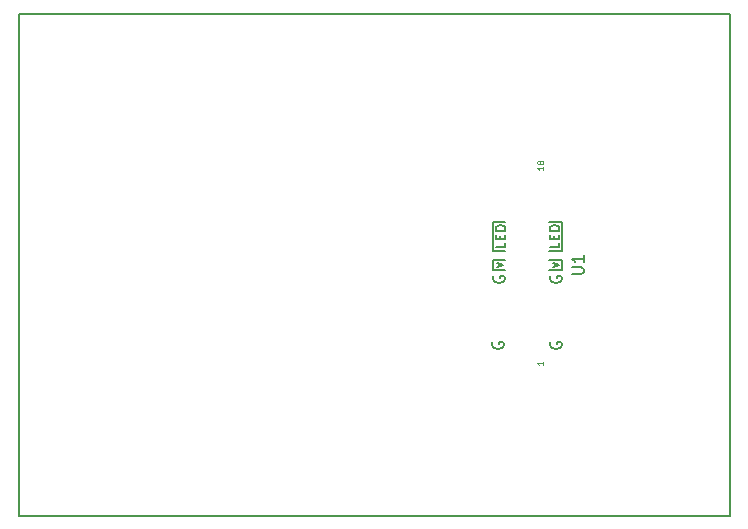
<source format=gbr>
G04 #@! TF.GenerationSoftware,KiCad,Pcbnew,5.0.1+dfsg1-2~bpo9+1*
G04 #@! TF.CreationDate,2018-11-07T17:05:17+00:00*
G04 #@! TF.ProjectId,xmas_zero_bauble,786D61735F7A65726F5F626175626C65,rev?*
G04 #@! TF.SameCoordinates,Original*
G04 #@! TF.FileFunction,Legend,Top*
G04 #@! TF.FilePolarity,Positive*
%FSLAX46Y46*%
G04 Gerber Fmt 4.6, Leading zero omitted, Abs format (unit mm)*
G04 Created by KiCad (PCBNEW 5.0.1+dfsg1-2~bpo9+1) date Wed 07 Nov 2018 17:05:17 GMT*
%MOMM*%
%LPD*%
G01*
G04 APERTURE LIST*
%ADD10C,0.150000*%
%ADD11C,0.125000*%
G04 APERTURE END LIST*
D10*
G04 #@! TO.C,U1*
X204632560Y-57129680D02*
X160055560Y-57129680D01*
X204632560Y-57129680D02*
X220253560Y-57129680D01*
X220253560Y-57129680D02*
X220253560Y-99611180D01*
X220253560Y-99611180D02*
X160055560Y-99611180D01*
X160055560Y-99611180D02*
X160055560Y-78529180D01*
X160055560Y-57129680D02*
X160055560Y-78529180D01*
X204950060Y-77957680D02*
X206093060Y-77957680D01*
X206093060Y-77957680D02*
X206093060Y-78783180D01*
X206093060Y-78783180D02*
X204950060Y-78783180D01*
X201267060Y-77195680D02*
X200187560Y-77195680D01*
X200187560Y-77957680D02*
X200187560Y-78783180D01*
X201267060Y-77957680D02*
X200187560Y-77957680D01*
X200187560Y-78783180D02*
X201267060Y-78783180D01*
X201267060Y-74782680D02*
X200187560Y-74782680D01*
X200187560Y-74782680D02*
X200187560Y-77195680D01*
X204950060Y-77195680D02*
X206093060Y-77195680D01*
X206093060Y-77195680D02*
X206093060Y-74782680D01*
X206093060Y-74782680D02*
X204950060Y-74782680D01*
X206878940Y-79164084D02*
X207688464Y-79164084D01*
X207783702Y-79116465D01*
X207831321Y-79068846D01*
X207878940Y-78973608D01*
X207878940Y-78783132D01*
X207831321Y-78687894D01*
X207783702Y-78640275D01*
X207688464Y-78592656D01*
X206878940Y-78592656D01*
X207878940Y-77592656D02*
X207878940Y-78164084D01*
X207878940Y-77878370D02*
X206878940Y-77878370D01*
X207021798Y-77973608D01*
X207117036Y-78068846D01*
X207164655Y-78164084D01*
D11*
X204477750Y-86590522D02*
X204477750Y-86876237D01*
X204477750Y-86733380D02*
X203977750Y-86733380D01*
X204049179Y-86780999D01*
X204096798Y-86828618D01*
X204120607Y-86876237D01*
X204477750Y-70064618D02*
X204477750Y-70350332D01*
X204477750Y-70207475D02*
X203977750Y-70207475D01*
X204049179Y-70255094D01*
X204096798Y-70302713D01*
X204120607Y-70350332D01*
X204192036Y-69778903D02*
X204168226Y-69826522D01*
X204144417Y-69850332D01*
X204096798Y-69874141D01*
X204072988Y-69874141D01*
X204025369Y-69850332D01*
X204001560Y-69826522D01*
X203977750Y-69778903D01*
X203977750Y-69683665D01*
X204001560Y-69636046D01*
X204025369Y-69612237D01*
X204072988Y-69588427D01*
X204096798Y-69588427D01*
X204144417Y-69612237D01*
X204168226Y-69636046D01*
X204192036Y-69683665D01*
X204192036Y-69778903D01*
X204215845Y-69826522D01*
X204239655Y-69850332D01*
X204287274Y-69874141D01*
X204382512Y-69874141D01*
X204430131Y-69850332D01*
X204453940Y-69826522D01*
X204477750Y-69778903D01*
X204477750Y-69683665D01*
X204453940Y-69636046D01*
X204430131Y-69612237D01*
X204382512Y-69588427D01*
X204287274Y-69588427D01*
X204239655Y-69612237D01*
X204215845Y-69636046D01*
X204192036Y-69683665D01*
D10*
X200524131Y-78592656D02*
X201057464Y-78402180D01*
X200524131Y-78211703D01*
X201247964Y-76503465D02*
X201247964Y-76884418D01*
X200447964Y-76884418D01*
X200828917Y-76236799D02*
X200828917Y-75970132D01*
X201247964Y-75855846D02*
X201247964Y-76236799D01*
X200447964Y-76236799D01*
X200447964Y-75855846D01*
X201247964Y-75512989D02*
X200447964Y-75512989D01*
X200447964Y-75322513D01*
X200486060Y-75208227D01*
X200562250Y-75132037D01*
X200638440Y-75093941D01*
X200790821Y-75055846D01*
X200905107Y-75055846D01*
X201057488Y-75093941D01*
X201133679Y-75132037D01*
X201209869Y-75208227D01*
X201247964Y-75322513D01*
X201247964Y-75512989D01*
X205819964Y-76503465D02*
X205819964Y-76884418D01*
X205019964Y-76884418D01*
X205400917Y-76236799D02*
X205400917Y-75970132D01*
X205819964Y-75855846D02*
X205819964Y-76236799D01*
X205019964Y-76236799D01*
X205019964Y-75855846D01*
X205819964Y-75512989D02*
X205019964Y-75512989D01*
X205019964Y-75322513D01*
X205058060Y-75208227D01*
X205134250Y-75132037D01*
X205210440Y-75093941D01*
X205362821Y-75055846D01*
X205477107Y-75055846D01*
X205629488Y-75093941D01*
X205705679Y-75132037D01*
X205781869Y-75208227D01*
X205819964Y-75322513D01*
X205819964Y-75512989D01*
X205286631Y-78592656D02*
X205819964Y-78402180D01*
X205286631Y-78211703D01*
X200259060Y-79346775D02*
X200211440Y-79442013D01*
X200211440Y-79584870D01*
X200259060Y-79727727D01*
X200354298Y-79822965D01*
X200449536Y-79870584D01*
X200640012Y-79918203D01*
X200782869Y-79918203D01*
X200973345Y-79870584D01*
X201068583Y-79822965D01*
X201163821Y-79727727D01*
X201211440Y-79584870D01*
X201211440Y-79489632D01*
X201163821Y-79346775D01*
X201116202Y-79299156D01*
X200782869Y-79299156D01*
X200782869Y-79489632D01*
X205085060Y-79346775D02*
X205037440Y-79442013D01*
X205037440Y-79584870D01*
X205085060Y-79727727D01*
X205180298Y-79822965D01*
X205275536Y-79870584D01*
X205466012Y-79918203D01*
X205608869Y-79918203D01*
X205799345Y-79870584D01*
X205894583Y-79822965D01*
X205989821Y-79727727D01*
X206037440Y-79584870D01*
X206037440Y-79489632D01*
X205989821Y-79346775D01*
X205942202Y-79299156D01*
X205608869Y-79299156D01*
X205608869Y-79489632D01*
X200195560Y-84934775D02*
X200147940Y-85030013D01*
X200147940Y-85172870D01*
X200195560Y-85315727D01*
X200290798Y-85410965D01*
X200386036Y-85458584D01*
X200576512Y-85506203D01*
X200719369Y-85506203D01*
X200909845Y-85458584D01*
X201005083Y-85410965D01*
X201100321Y-85315727D01*
X201147940Y-85172870D01*
X201147940Y-85077632D01*
X201100321Y-84934775D01*
X201052702Y-84887156D01*
X200719369Y-84887156D01*
X200719369Y-85077632D01*
X205085060Y-84934775D02*
X205037440Y-85030013D01*
X205037440Y-85172870D01*
X205085060Y-85315727D01*
X205180298Y-85410965D01*
X205275536Y-85458584D01*
X205466012Y-85506203D01*
X205608869Y-85506203D01*
X205799345Y-85458584D01*
X205894583Y-85410965D01*
X205989821Y-85315727D01*
X206037440Y-85172870D01*
X206037440Y-85077632D01*
X205989821Y-84934775D01*
X205942202Y-84887156D01*
X205608869Y-84887156D01*
X205608869Y-85077632D01*
G04 #@! TD*
M02*

</source>
